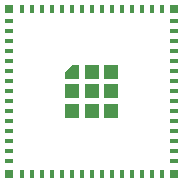
<source format=gtp>
G04*
G04 #@! TF.GenerationSoftware,Altium Limited,Altium Designer,20.0.2 (26)*
G04*
G04 Layer_Color=8421504*
%FSLAX44Y44*%
%MOMM*%
G71*
G01*
G75*
%ADD16R,0.8000X0.8000*%
%ADD17R,0.8000X0.4000*%
%ADD18R,0.4000X0.8000*%
%ADD19R,1.2000X1.2000*%
G36*
X690530Y1203020D02*
X678530D01*
Y1209020D01*
X684530Y1215020D01*
X690530D01*
Y1203020D01*
D02*
G37*
D16*
X631030Y1262520D02*
D03*
Y1122520D02*
D03*
X771030Y1262520D02*
D03*
Y1122520D02*
D03*
D17*
X631030Y1252020D02*
D03*
Y1243520D02*
D03*
Y1235020D02*
D03*
Y1226520D02*
D03*
Y1218020D02*
D03*
Y1209520D02*
D03*
Y1201020D02*
D03*
Y1192520D02*
D03*
Y1184020D02*
D03*
Y1175520D02*
D03*
Y1167020D02*
D03*
Y1158520D02*
D03*
Y1150020D02*
D03*
Y1141520D02*
D03*
Y1133020D02*
D03*
X771030D02*
D03*
Y1141520D02*
D03*
Y1150020D02*
D03*
Y1158520D02*
D03*
Y1167020D02*
D03*
Y1175520D02*
D03*
Y1184020D02*
D03*
Y1192520D02*
D03*
Y1201020D02*
D03*
Y1209520D02*
D03*
Y1218020D02*
D03*
Y1226520D02*
D03*
Y1235020D02*
D03*
Y1243520D02*
D03*
Y1252020D02*
D03*
D18*
X641530Y1122520D02*
D03*
X650030D02*
D03*
X658530D02*
D03*
X667030D02*
D03*
X675530D02*
D03*
X684030D02*
D03*
X692530D02*
D03*
X701030D02*
D03*
X709530D02*
D03*
X718030D02*
D03*
X726530D02*
D03*
X735030D02*
D03*
X743530D02*
D03*
X752030D02*
D03*
X760530D02*
D03*
Y1262520D02*
D03*
X752030D02*
D03*
X743530D02*
D03*
X735030D02*
D03*
X726530D02*
D03*
X718030D02*
D03*
X709530D02*
D03*
X701030D02*
D03*
X692530D02*
D03*
X684030D02*
D03*
X675530D02*
D03*
X667030D02*
D03*
X658530D02*
D03*
X650030D02*
D03*
X641530D02*
D03*
D19*
X701030Y1192520D02*
D03*
Y1209020D02*
D03*
X717530D02*
D03*
Y1192520D02*
D03*
Y1176020D02*
D03*
X701030D02*
D03*
X684530D02*
D03*
Y1192520D02*
D03*
M02*

</source>
